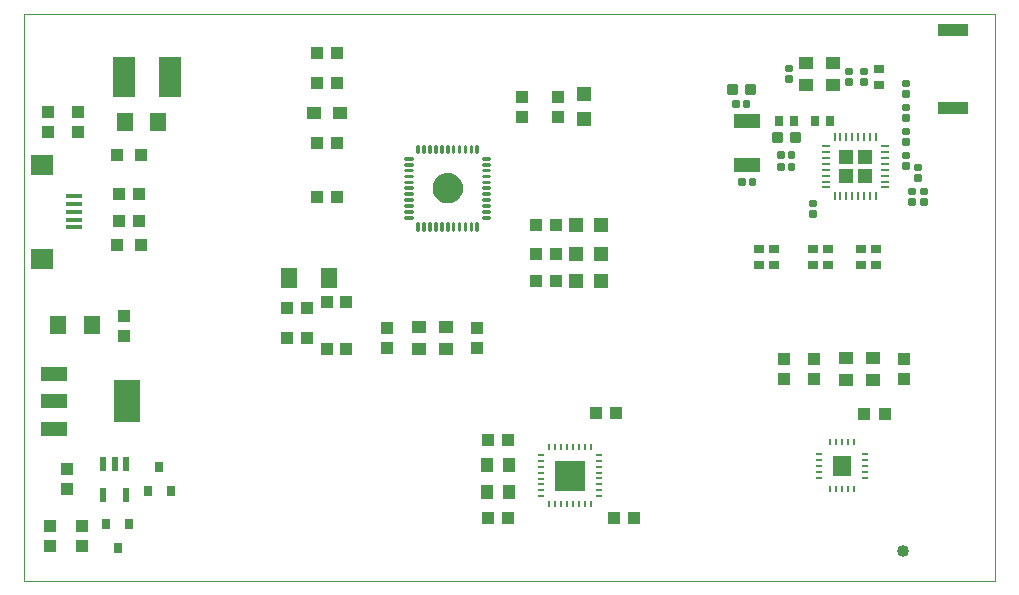
<source format=gtp>
G75*
G70*
%OFA0B0*%
%FSLAX24Y24*%
%IPPOS*%
%LPD*%
%AMOC8*
5,1,8,0,0,1.08239X$1,22.5*
%
%ADD10C,0.0000*%
%ADD11R,0.0433X0.0394*%
%ADD12R,0.0394X0.0433*%
%ADD13C,0.0400*%
%ADD14R,0.0394X0.0394*%
%ADD15R,0.0472X0.0394*%
%ADD16R,0.0472X0.0472*%
%ADD17R,0.0217X0.0472*%
%ADD18R,0.0310X0.0350*%
%ADD19R,0.0551X0.0709*%
%ADD20R,0.0748X0.1339*%
%ADD21R,0.0551X0.0630*%
%ADD22R,0.0512X0.0413*%
%ADD23C,0.0500*%
%ADD24C,0.0087*%
%ADD25R,0.0880X0.0480*%
%ADD26R,0.0866X0.1417*%
%ADD27R,0.0602X0.0661*%
%ADD28R,0.0063X0.0189*%
%ADD29R,0.0063X0.0193*%
%ADD30R,0.0067X0.0197*%
%ADD31R,0.0067X0.0185*%
%ADD32R,0.0071X0.0205*%
%ADD33R,0.0071X0.0209*%
%ADD34R,0.0067X0.0205*%
%ADD35R,0.0213X0.0071*%
%ADD36R,0.0209X0.0063*%
%ADD37R,0.0217X0.0071*%
%ADD38R,0.0217X0.0079*%
%ADD39R,0.0205X0.0063*%
%ADD40R,0.0201X0.0063*%
%ADD41R,0.0213X0.0063*%
%ADD42R,0.1000X0.1000*%
%ADD43R,0.0063X0.0205*%
%ADD44R,0.0063X0.0209*%
%ADD45R,0.0512X0.0512*%
%ADD46R,0.0315X0.0112*%
%ADD47R,0.0112X0.0315*%
%ADD48C,0.0088*%
%ADD49C,0.0125*%
%ADD50R,0.0866X0.0512*%
%ADD51R,0.0354X0.0276*%
%ADD52R,0.1000X0.0400*%
%ADD53R,0.0413X0.0512*%
%ADD54R,0.0276X0.0354*%
%ADD55R,0.0551X0.0138*%
%ADD56R,0.0748X0.0709*%
D10*
X000628Y000100D02*
X000628Y018996D01*
X032998Y018996D01*
X032998Y000100D01*
X000628Y000100D01*
D11*
X009393Y008200D03*
X010062Y008200D03*
X010062Y009200D03*
X009393Y009200D03*
X004462Y012100D03*
X003793Y012100D03*
X003793Y013000D03*
X004462Y013000D03*
X010393Y012900D03*
X011062Y012900D03*
X011062Y014700D03*
X010393Y014700D03*
X010393Y016700D03*
X011062Y016700D03*
X011062Y017700D03*
X010393Y017700D03*
X017693Y011950D03*
X018362Y011950D03*
X018362Y011000D03*
X017693Y011000D03*
X017693Y010100D03*
X018362Y010100D03*
X019693Y005700D03*
X020362Y005700D03*
X016762Y004800D03*
X016093Y004800D03*
X016093Y002200D03*
X016762Y002200D03*
X020293Y002200D03*
X020962Y002200D03*
X028633Y005670D03*
X029302Y005670D03*
D12*
X029968Y006835D03*
X029968Y007505D03*
X026968Y007505D03*
X025968Y007505D03*
X025968Y006835D03*
X026968Y006835D03*
X015728Y007865D03*
X015728Y008535D03*
X012728Y008535D03*
X012728Y007865D03*
X003938Y008245D03*
X003938Y008915D03*
X002038Y003815D03*
X002038Y003145D03*
X002538Y001915D03*
X001488Y001915D03*
X001488Y001245D03*
X002538Y001245D03*
X002428Y015065D03*
X001428Y015065D03*
X001428Y015735D03*
X002428Y015735D03*
X017228Y015565D03*
X018418Y015565D03*
X018418Y016235D03*
X017228Y016235D03*
D13*
X029928Y001100D03*
D14*
X011343Y007813D03*
X010713Y007813D03*
X010713Y009387D03*
X011343Y009387D03*
X004521Y011300D03*
X003734Y011300D03*
X003734Y014300D03*
X004521Y014300D03*
D15*
X010294Y015700D03*
X011161Y015700D03*
D16*
X019014Y011950D03*
X019841Y011950D03*
X019841Y011000D03*
X019014Y011000D03*
X019014Y010100D03*
X019841Y010100D03*
X019278Y015487D03*
X019278Y016313D03*
D17*
X004012Y003992D03*
X003638Y003992D03*
X003264Y003992D03*
X003264Y002968D03*
X004012Y002968D03*
D18*
X004748Y003080D03*
X005508Y003080D03*
X005128Y003880D03*
X004128Y001980D03*
X003368Y001980D03*
X003748Y001180D03*
D19*
X009458Y010200D03*
X010797Y010200D03*
D20*
X005495Y016900D03*
X003960Y016900D03*
D21*
X003976Y015400D03*
X005079Y015400D03*
X002869Y008620D03*
X001766Y008620D03*
D22*
X013775Y008564D03*
X013775Y007836D03*
X014680Y007836D03*
X014680Y008564D03*
X028015Y007534D03*
X028920Y007534D03*
X028920Y006806D03*
X028015Y006806D03*
X027580Y016636D03*
X027580Y017364D03*
X026675Y017364D03*
X026675Y016636D03*
D23*
X014478Y013200D02*
X014480Y013231D01*
X014486Y013262D01*
X014496Y013292D01*
X014509Y013320D01*
X014526Y013347D01*
X014546Y013371D01*
X014569Y013393D01*
X014594Y013411D01*
X014622Y013426D01*
X014651Y013438D01*
X014681Y013446D01*
X014712Y013450D01*
X014744Y013450D01*
X014775Y013446D01*
X014805Y013438D01*
X014834Y013426D01*
X014862Y013411D01*
X014887Y013393D01*
X014910Y013371D01*
X014930Y013347D01*
X014947Y013320D01*
X014960Y013292D01*
X014970Y013262D01*
X014976Y013231D01*
X014978Y013200D01*
X014976Y013169D01*
X014970Y013138D01*
X014960Y013108D01*
X014947Y013080D01*
X014930Y013053D01*
X014910Y013029D01*
X014887Y013007D01*
X014862Y012989D01*
X014834Y012974D01*
X014805Y012962D01*
X014775Y012954D01*
X014744Y012950D01*
X014712Y012950D01*
X014681Y012954D01*
X014651Y012962D01*
X014622Y012974D01*
X014594Y012989D01*
X014569Y013007D01*
X014546Y013029D01*
X014526Y013053D01*
X014509Y013080D01*
X014496Y013108D01*
X014486Y013138D01*
X014480Y013169D01*
X014478Y013200D01*
D24*
X013542Y013189D02*
X013334Y013189D01*
X013334Y013211D01*
X013542Y013211D01*
X013542Y013189D01*
X013542Y012992D02*
X013334Y012992D01*
X013334Y013014D01*
X013542Y013014D01*
X013542Y012992D01*
X013542Y012795D02*
X013334Y012795D01*
X013334Y012817D01*
X013542Y012817D01*
X013542Y012795D01*
X013542Y012598D02*
X013334Y012598D01*
X013334Y012620D01*
X013542Y012620D01*
X013542Y012598D01*
X013542Y012402D02*
X013334Y012402D01*
X013334Y012424D01*
X013542Y012424D01*
X013542Y012402D01*
X013542Y012205D02*
X013334Y012205D01*
X013334Y012227D01*
X013542Y012227D01*
X013542Y012205D01*
X013754Y012015D02*
X013754Y011807D01*
X013732Y011807D01*
X013732Y012015D01*
X013754Y012015D01*
X013754Y011893D02*
X013732Y011893D01*
X013732Y011979D02*
X013754Y011979D01*
X013951Y012015D02*
X013951Y011807D01*
X013929Y011807D01*
X013929Y012015D01*
X013951Y012015D01*
X013951Y011893D02*
X013929Y011893D01*
X013929Y011979D02*
X013951Y011979D01*
X014148Y012015D02*
X014148Y011807D01*
X014126Y011807D01*
X014126Y012015D01*
X014148Y012015D01*
X014148Y011893D02*
X014126Y011893D01*
X014126Y011979D02*
X014148Y011979D01*
X014345Y012015D02*
X014345Y011807D01*
X014323Y011807D01*
X014323Y012015D01*
X014345Y012015D01*
X014345Y011893D02*
X014323Y011893D01*
X014323Y011979D02*
X014345Y011979D01*
X014542Y012015D02*
X014542Y011807D01*
X014520Y011807D01*
X014520Y012015D01*
X014542Y012015D01*
X014542Y011893D02*
X014520Y011893D01*
X014520Y011979D02*
X014542Y011979D01*
X014739Y012015D02*
X014739Y011807D01*
X014717Y011807D01*
X014717Y012015D01*
X014739Y012015D01*
X014739Y011893D02*
X014717Y011893D01*
X014717Y011979D02*
X014739Y011979D01*
X014935Y012015D02*
X014935Y011807D01*
X014913Y011807D01*
X014913Y012015D01*
X014935Y012015D01*
X014935Y011893D02*
X014913Y011893D01*
X014913Y011979D02*
X014935Y011979D01*
X015132Y012015D02*
X015132Y011807D01*
X015110Y011807D01*
X015110Y012015D01*
X015132Y012015D01*
X015132Y011893D02*
X015110Y011893D01*
X015110Y011979D02*
X015132Y011979D01*
X015329Y012015D02*
X015329Y011807D01*
X015307Y011807D01*
X015307Y012015D01*
X015329Y012015D01*
X015329Y011893D02*
X015307Y011893D01*
X015307Y011979D02*
X015329Y011979D01*
X015526Y012015D02*
X015526Y011807D01*
X015504Y011807D01*
X015504Y012015D01*
X015526Y012015D01*
X015526Y011893D02*
X015504Y011893D01*
X015504Y011979D02*
X015526Y011979D01*
X015723Y012015D02*
X015723Y011807D01*
X015701Y011807D01*
X015701Y012015D01*
X015723Y012015D01*
X015723Y011893D02*
X015701Y011893D01*
X015701Y011979D02*
X015723Y011979D01*
X015913Y012227D02*
X016121Y012227D01*
X016121Y012205D01*
X015913Y012205D01*
X015913Y012227D01*
X015913Y012424D02*
X016121Y012424D01*
X016121Y012402D01*
X015913Y012402D01*
X015913Y012424D01*
X015913Y012620D02*
X016121Y012620D01*
X016121Y012598D01*
X015913Y012598D01*
X015913Y012620D01*
X015913Y012817D02*
X016121Y012817D01*
X016121Y012795D01*
X015913Y012795D01*
X015913Y012817D01*
X015913Y013014D02*
X016121Y013014D01*
X016121Y012992D01*
X015913Y012992D01*
X015913Y013014D01*
X015913Y013211D02*
X016121Y013211D01*
X016121Y013189D01*
X015913Y013189D01*
X015913Y013211D01*
X015913Y013408D02*
X016121Y013408D01*
X016121Y013386D01*
X015913Y013386D01*
X015913Y013408D01*
X015913Y013605D02*
X016121Y013605D01*
X016121Y013583D01*
X015913Y013583D01*
X015913Y013605D01*
X015913Y013802D02*
X016121Y013802D01*
X016121Y013780D01*
X015913Y013780D01*
X015913Y013802D01*
X015913Y013998D02*
X016121Y013998D01*
X016121Y013976D01*
X015913Y013976D01*
X015913Y013998D01*
X015913Y014195D02*
X016121Y014195D01*
X016121Y014173D01*
X015913Y014173D01*
X015913Y014195D01*
X015701Y014385D02*
X015701Y014593D01*
X015723Y014593D01*
X015723Y014385D01*
X015701Y014385D01*
X015701Y014471D02*
X015723Y014471D01*
X015723Y014557D02*
X015701Y014557D01*
X015504Y014593D02*
X015504Y014385D01*
X015504Y014593D02*
X015526Y014593D01*
X015526Y014385D01*
X015504Y014385D01*
X015504Y014471D02*
X015526Y014471D01*
X015526Y014557D02*
X015504Y014557D01*
X015307Y014593D02*
X015307Y014385D01*
X015307Y014593D02*
X015329Y014593D01*
X015329Y014385D01*
X015307Y014385D01*
X015307Y014471D02*
X015329Y014471D01*
X015329Y014557D02*
X015307Y014557D01*
X015110Y014593D02*
X015110Y014385D01*
X015110Y014593D02*
X015132Y014593D01*
X015132Y014385D01*
X015110Y014385D01*
X015110Y014471D02*
X015132Y014471D01*
X015132Y014557D02*
X015110Y014557D01*
X014913Y014593D02*
X014913Y014385D01*
X014913Y014593D02*
X014935Y014593D01*
X014935Y014385D01*
X014913Y014385D01*
X014913Y014471D02*
X014935Y014471D01*
X014935Y014557D02*
X014913Y014557D01*
X014717Y014593D02*
X014717Y014385D01*
X014717Y014593D02*
X014739Y014593D01*
X014739Y014385D01*
X014717Y014385D01*
X014717Y014471D02*
X014739Y014471D01*
X014739Y014557D02*
X014717Y014557D01*
X014520Y014593D02*
X014520Y014385D01*
X014520Y014593D02*
X014542Y014593D01*
X014542Y014385D01*
X014520Y014385D01*
X014520Y014471D02*
X014542Y014471D01*
X014542Y014557D02*
X014520Y014557D01*
X014323Y014593D02*
X014323Y014385D01*
X014323Y014593D02*
X014345Y014593D01*
X014345Y014385D01*
X014323Y014385D01*
X014323Y014471D02*
X014345Y014471D01*
X014345Y014557D02*
X014323Y014557D01*
X014126Y014593D02*
X014126Y014385D01*
X014126Y014593D02*
X014148Y014593D01*
X014148Y014385D01*
X014126Y014385D01*
X014126Y014471D02*
X014148Y014471D01*
X014148Y014557D02*
X014126Y014557D01*
X013929Y014593D02*
X013929Y014385D01*
X013929Y014593D02*
X013951Y014593D01*
X013951Y014385D01*
X013929Y014385D01*
X013929Y014471D02*
X013951Y014471D01*
X013951Y014557D02*
X013929Y014557D01*
X013732Y014593D02*
X013732Y014385D01*
X013732Y014593D02*
X013754Y014593D01*
X013754Y014385D01*
X013732Y014385D01*
X013732Y014471D02*
X013754Y014471D01*
X013754Y014557D02*
X013732Y014557D01*
X013542Y014173D02*
X013334Y014173D01*
X013334Y014195D01*
X013542Y014195D01*
X013542Y014173D01*
X013542Y013976D02*
X013334Y013976D01*
X013334Y013998D01*
X013542Y013998D01*
X013542Y013976D01*
X013542Y013780D02*
X013334Y013780D01*
X013334Y013802D01*
X013542Y013802D01*
X013542Y013780D01*
X013542Y013583D02*
X013334Y013583D01*
X013334Y013605D01*
X013542Y013605D01*
X013542Y013583D01*
X013542Y013386D02*
X013334Y013386D01*
X013334Y013408D01*
X013542Y013408D01*
X013542Y013386D01*
D25*
X001618Y006990D03*
X001618Y006080D03*
X001618Y005170D03*
D26*
X004058Y006080D03*
D27*
X027883Y003924D03*
D28*
X027492Y003152D03*
X028283Y003148D03*
D29*
X028086Y003146D03*
D30*
X027887Y003148D03*
X027494Y004715D03*
D31*
X027691Y003150D03*
D32*
X027889Y004711D03*
X028283Y004711D03*
D33*
X028086Y004713D03*
D34*
X027694Y004715D03*
D35*
X027106Y003538D03*
D36*
X027104Y003735D03*
X028659Y003931D03*
X019772Y003905D03*
X019772Y004102D03*
X019772Y004299D03*
X019772Y003704D03*
X019772Y003511D03*
X019772Y003311D03*
X019772Y003114D03*
X019772Y002917D03*
X017863Y002917D03*
X017863Y003118D03*
X017863Y003315D03*
X017863Y003507D03*
X017863Y003704D03*
X017863Y003905D03*
X017863Y004098D03*
X017863Y004299D03*
D37*
X027104Y004325D03*
X027104Y003931D03*
D38*
X027104Y004128D03*
D39*
X028661Y003538D03*
D40*
X028659Y003739D03*
X028659Y004128D03*
D41*
X028661Y004325D03*
D42*
X018820Y003604D03*
D43*
X018324Y004557D03*
D44*
X018520Y004555D03*
X018717Y004555D03*
X018914Y004555D03*
X019111Y004555D03*
X019308Y004555D03*
X019505Y004555D03*
X018127Y004559D03*
X018127Y002677D03*
X018324Y002677D03*
X018520Y002677D03*
X018717Y002677D03*
X018914Y002677D03*
X019111Y002677D03*
X019308Y002677D03*
X019505Y002677D03*
D45*
X028013Y013585D03*
X028643Y013585D03*
X028643Y014215D03*
X028013Y014215D03*
D46*
X027343Y014195D03*
X027343Y013998D03*
X027343Y013802D03*
X027343Y013605D03*
X027343Y013408D03*
X027343Y013211D03*
X027343Y014392D03*
X027343Y014589D03*
X029312Y014589D03*
X029312Y014392D03*
X029312Y014195D03*
X029312Y013998D03*
X029312Y013802D03*
X029312Y013605D03*
X029312Y013408D03*
X029312Y013211D03*
D47*
X029017Y012916D03*
X028820Y012916D03*
X028623Y012916D03*
X028426Y012916D03*
X028229Y012916D03*
X028032Y012916D03*
X027835Y012916D03*
X027639Y012916D03*
X027639Y014884D03*
X027835Y014884D03*
X028032Y014884D03*
X028229Y014884D03*
X028426Y014884D03*
X028623Y014884D03*
X028820Y014884D03*
X029017Y014884D03*
D48*
X026459Y015021D02*
X026197Y015021D01*
X026459Y015021D02*
X026459Y014759D01*
X026197Y014759D01*
X026197Y015021D01*
X026197Y014846D02*
X026459Y014846D01*
X026459Y014933D02*
X026197Y014933D01*
X026197Y015020D02*
X026459Y015020D01*
X025859Y015021D02*
X025597Y015021D01*
X025859Y015021D02*
X025859Y014759D01*
X025597Y014759D01*
X025597Y015021D01*
X025597Y014846D02*
X025859Y014846D01*
X025859Y014933D02*
X025597Y014933D01*
X025597Y015020D02*
X025859Y015020D01*
X024959Y016631D02*
X024697Y016631D01*
X024959Y016631D02*
X024959Y016369D01*
X024697Y016369D01*
X024697Y016631D01*
X024697Y016456D02*
X024959Y016456D01*
X024959Y016543D02*
X024697Y016543D01*
X024697Y016630D02*
X024959Y016630D01*
X024359Y016631D02*
X024097Y016631D01*
X024359Y016631D02*
X024359Y016369D01*
X024097Y016369D01*
X024097Y016631D01*
X024097Y016456D02*
X024359Y016456D01*
X024359Y016543D02*
X024097Y016543D01*
X024097Y016630D02*
X024359Y016630D01*
D49*
X024416Y016063D02*
X024290Y016063D01*
X024416Y016063D02*
X024416Y015937D01*
X024290Y015937D01*
X024290Y016063D01*
X024290Y016061D02*
X024416Y016061D01*
X024640Y016063D02*
X024766Y016063D01*
X024766Y015937D01*
X024640Y015937D01*
X024640Y016063D01*
X024640Y016061D02*
X024766Y016061D01*
X026065Y016762D02*
X026065Y016888D01*
X026191Y016888D01*
X026191Y016762D01*
X026065Y016762D01*
X026065Y016886D02*
X026191Y016886D01*
X026065Y017112D02*
X026065Y017238D01*
X026191Y017238D01*
X026191Y017112D01*
X026065Y017112D01*
X026065Y017236D02*
X026191Y017236D01*
X028191Y017138D02*
X028191Y017012D01*
X028065Y017012D01*
X028065Y017138D01*
X028191Y017138D01*
X028191Y017136D02*
X028065Y017136D01*
X028191Y016788D02*
X028191Y016662D01*
X028065Y016662D01*
X028065Y016788D01*
X028191Y016788D01*
X028191Y016786D02*
X028065Y016786D01*
X028691Y016788D02*
X028691Y016662D01*
X028565Y016662D01*
X028565Y016788D01*
X028691Y016788D01*
X028691Y016786D02*
X028565Y016786D01*
X028691Y017012D02*
X028691Y017138D01*
X028691Y017012D02*
X028565Y017012D01*
X028565Y017138D01*
X028691Y017138D01*
X028691Y017136D02*
X028565Y017136D01*
X030091Y016738D02*
X030091Y016612D01*
X029965Y016612D01*
X029965Y016738D01*
X030091Y016738D01*
X030091Y016736D02*
X029965Y016736D01*
X030091Y016388D02*
X030091Y016262D01*
X029965Y016262D01*
X029965Y016388D01*
X030091Y016388D01*
X030091Y016386D02*
X029965Y016386D01*
X029965Y015938D02*
X029965Y015812D01*
X029965Y015938D02*
X030091Y015938D01*
X030091Y015812D01*
X029965Y015812D01*
X029965Y015936D02*
X030091Y015936D01*
X029965Y015588D02*
X029965Y015462D01*
X029965Y015588D02*
X030091Y015588D01*
X030091Y015462D01*
X029965Y015462D01*
X029965Y015586D02*
X030091Y015586D01*
X030091Y015138D02*
X030091Y015012D01*
X029965Y015012D01*
X029965Y015138D01*
X030091Y015138D01*
X030091Y015136D02*
X029965Y015136D01*
X030091Y014788D02*
X030091Y014662D01*
X029965Y014662D01*
X029965Y014788D01*
X030091Y014788D01*
X030091Y014786D02*
X029965Y014786D01*
X030091Y014338D02*
X030091Y014212D01*
X029965Y014212D01*
X029965Y014338D01*
X030091Y014338D01*
X030091Y014336D02*
X029965Y014336D01*
X030091Y013988D02*
X030091Y013862D01*
X029965Y013862D01*
X029965Y013988D01*
X030091Y013988D01*
X030091Y013986D02*
X029965Y013986D01*
X030365Y013938D02*
X030365Y013812D01*
X030365Y013938D02*
X030491Y013938D01*
X030491Y013812D01*
X030365Y013812D01*
X030365Y013936D02*
X030491Y013936D01*
X030365Y013588D02*
X030365Y013462D01*
X030365Y013588D02*
X030491Y013588D01*
X030491Y013462D01*
X030365Y013462D01*
X030365Y013586D02*
X030491Y013586D01*
X030691Y013138D02*
X030691Y013012D01*
X030565Y013012D01*
X030565Y013138D01*
X030691Y013138D01*
X030691Y013136D02*
X030565Y013136D01*
X030291Y013138D02*
X030291Y013012D01*
X030165Y013012D01*
X030165Y013138D01*
X030291Y013138D01*
X030291Y013136D02*
X030165Y013136D01*
X030291Y012788D02*
X030291Y012662D01*
X030165Y012662D01*
X030165Y012788D01*
X030291Y012788D01*
X030291Y012786D02*
X030165Y012786D01*
X030691Y012788D02*
X030691Y012662D01*
X030565Y012662D01*
X030565Y012788D01*
X030691Y012788D01*
X030691Y012786D02*
X030565Y012786D01*
X026865Y012738D02*
X026865Y012612D01*
X026865Y012738D02*
X026991Y012738D01*
X026991Y012612D01*
X026865Y012612D01*
X026865Y012736D02*
X026991Y012736D01*
X026865Y012388D02*
X026865Y012262D01*
X026865Y012388D02*
X026991Y012388D01*
X026991Y012262D01*
X026865Y012262D01*
X026865Y012386D02*
X026991Y012386D01*
X024966Y013463D02*
X024840Y013463D01*
X024966Y013463D02*
X024966Y013337D01*
X024840Y013337D01*
X024840Y013463D01*
X024840Y013461D02*
X024966Y013461D01*
X024616Y013463D02*
X024490Y013463D01*
X024616Y013463D02*
X024616Y013337D01*
X024490Y013337D01*
X024490Y013463D01*
X024490Y013461D02*
X024616Y013461D01*
X025790Y013963D02*
X025916Y013963D01*
X025916Y013837D01*
X025790Y013837D01*
X025790Y013963D01*
X025790Y013961D02*
X025916Y013961D01*
X026140Y013963D02*
X026266Y013963D01*
X026266Y013837D01*
X026140Y013837D01*
X026140Y013963D01*
X026140Y013961D02*
X026266Y013961D01*
X026266Y014363D02*
X026140Y014363D01*
X026266Y014363D02*
X026266Y014237D01*
X026140Y014237D01*
X026140Y014363D01*
X026140Y014361D02*
X026266Y014361D01*
X025916Y014363D02*
X025790Y014363D01*
X025916Y014363D02*
X025916Y014237D01*
X025790Y014237D01*
X025790Y014363D01*
X025790Y014361D02*
X025916Y014361D01*
D50*
X024728Y013972D03*
X024728Y015428D03*
D51*
X029128Y016644D03*
X029128Y017156D03*
X029028Y011156D03*
X028528Y011156D03*
X028528Y010644D03*
X029028Y010644D03*
X027428Y010644D03*
X026928Y010644D03*
X026928Y011156D03*
X027428Y011156D03*
X025628Y011156D03*
X025128Y011156D03*
X025128Y010644D03*
X025628Y010644D03*
D52*
X031588Y015850D03*
X031588Y018450D03*
D53*
X016792Y003953D03*
X016063Y003953D03*
X016063Y003047D03*
X016792Y003047D03*
D54*
X025772Y015430D03*
X026283Y015430D03*
X026972Y015430D03*
X027483Y015430D03*
D55*
X002271Y012912D03*
X002271Y012656D03*
X002271Y012400D03*
X002271Y012144D03*
X002271Y011888D03*
D56*
X001228Y010825D03*
X001228Y013975D03*
M02*

</source>
